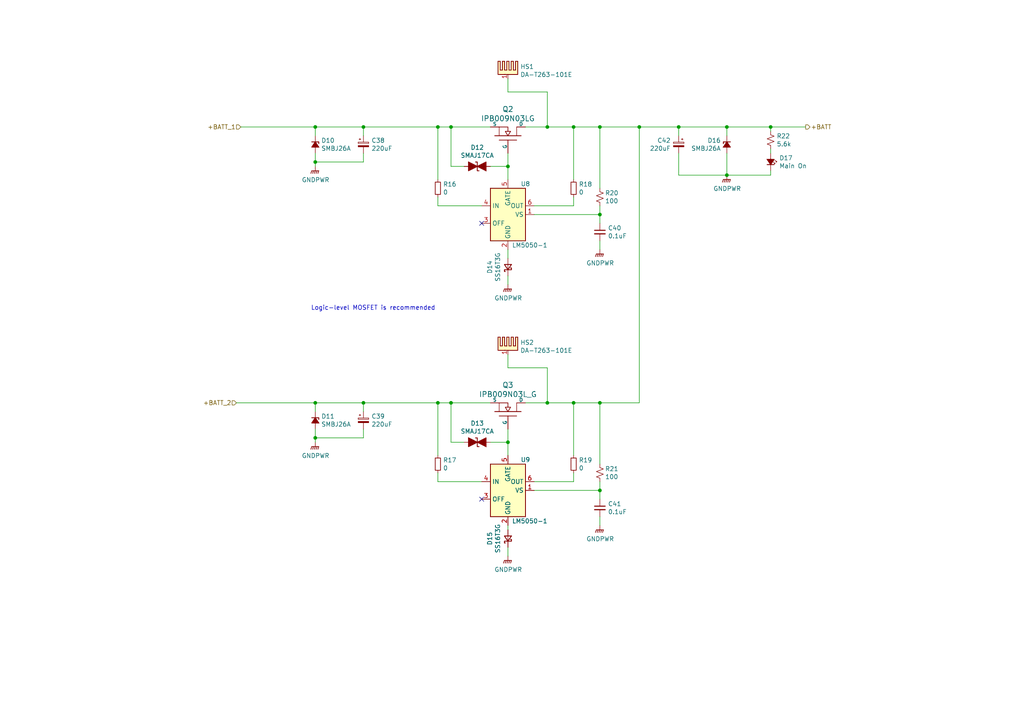
<source format=kicad_sch>
(kicad_sch (version 20211123) (generator eeschema)
  (paper "A4")
  (title_block (title "Power Management for Zeabus AUV") (date "20-April-2020") (rev "1.0.0") (company "Zeabus") (comment 1 "by Natchanan Thongtem and Akrapong Patchararungruang"))
  (lib_symbols
    (symbol "Device:C_Polarized_Small" (pin_numbers hide) (pin_names (offset 0.254) hide)
      (property "Reference" "C" (at 0.254 1.778 0))
      (property "Value" "C_Polarized_Small" (at 0.254 -2.032 0))
      (symbol "C_Polarized_Small_0_1"
        (rectangle (start -1.524 -0.3048) (end 1.524 -0.6858) (fill (type outline)))
        (rectangle (start -1.524 0.6858) (end 1.524 0.3048))
        (polyline (pts (xy -1.27 1.524) (xy -0.762 1.524)))
        (polyline (pts (xy -1.016 1.27) (xy -1.016 1.778)))
      )
      (symbol "C_Polarized_Small_1_1"
        (pin passive line (at 0 2.54 270) (length 1.8542) (name "~") (number "1"))
        (pin passive line (at 0 -2.54 90) (length 1.8542) (name "~") (number "2"))
      )
    )
    (symbol "Device:C_Small" (pin_numbers hide) (pin_names (offset 0.254) hide)
      (property "Reference" "C" (at 0.254 1.778 0))
      (property "Value" "C_Small" (at 0.254 -2.032 0))
      (symbol "C_Small_0_1"
        (polyline (pts (xy -1.524 -0.508) (xy 1.524 -0.508)) (stroke (width 0.3302)))
        (polyline (pts (xy -1.524 0.508) (xy 1.524 0.508)) (stroke (width 0.3048)))
      )
      (symbol "C_Small_1_1"
        (pin passive line (at 0 2.54 270) (length 2.032) (name "~") (number "1"))
        (pin passive line (at 0 -2.54 90) (length 2.032) (name "~") (number "2"))
      )
    )
    (symbol "Device:D_Schottky_Small" (pin_numbers hide) (pin_names (offset 0.254) hide)
      (property "Reference" "D" (at -1.27 2.032 0))
      (property "Value" "D_Schottky_Small" (at -7.112 -2.032 0))
      (symbol "D_Schottky_Small_0_1"
        (polyline (pts (xy -0.762 0) (xy 0.762 0)))
        (polyline (pts (xy 0.762 -1.016) (xy -0.762 0) (xy 0.762 1.016) (xy 0.762 -1.016)) (stroke (width 0.254)))
        (polyline (pts (xy -1.27 0.762) (xy -1.27 1.016) (xy -0.762 1.016) (xy -0.762 -1.016) (xy -0.254 -1.016) (xy -0.254 -0.762)) (stroke (width 0.254)))
      )
      (symbol "D_Schottky_Small_1_1"
        (pin passive line (at -2.54 0 0) (length 1.778) (name "K") (number "1"))
        (pin passive line (at 2.54 0 180) (length 1.778) (name "A") (number "2"))
      )
    )
    (symbol "Device:D_TVS_Filled" (pin_numbers hide) (pin_names (offset 1.016) hide)
      (property "Reference" "D" (at 0 2.54 0))
      (property "Value" "D_TVS_Filled" (at 0 -2.54 0))
      (symbol "D_TVS_Filled_0_1"
        (polyline (pts (xy 1.27 0) (xy -1.27 0)))
        (polyline (pts (xy -2.54 -1.27) (xy 0 0) (xy -2.54 1.27) (xy -2.54 -1.27)) (stroke (width 0.254)) (fill (type outline)))
        (polyline (pts (xy 0.508 1.27) (xy 0 1.27) (xy 0 -1.27) (xy -0.508 -1.27)) (stroke (width 0.254)))
        (polyline (pts (xy 2.54 1.27) (xy 2.54 -1.27) (xy 0 0) (xy 2.54 1.27)) (stroke (width 0.254)) (fill (type outline)))
      )
      (symbol "D_TVS_Filled_1_1"
        (pin passive line (at -3.81 0 0) (length 2.54) (name "A1") (number "1"))
        (pin passive line (at 3.81 0 180) (length 2.54) (name "A2") (number "2"))
      )
    )
    (symbol "Device:D_Zener_Small_Filled" (pin_numbers hide) (pin_names (offset 0.254) hide)
      (property "Reference" "D" (at 0 2.286 0))
      (property "Value" "D_Zener_Small_Filled" (at 0 -2.286 0))
      (symbol "D_Zener_Small_Filled_0_1"
        (polyline (pts (xy 0.762 0) (xy -0.762 0)))
        (polyline (pts (xy -0.254 1.016) (xy -0.762 1.016) (xy -0.762 -1.016)) (stroke (width 0.254)))
        (polyline (pts (xy 0.762 1.016) (xy -0.762 0) (xy 0.762 -1.016) (xy 0.762 1.016)) (stroke (width 0.254)) (fill (type outline)))
      )
      (symbol "D_Zener_Small_Filled_1_1"
        (pin passive line (at -2.54 0 0) (length 1.778) (name "K") (number "1"))
        (pin passive line (at 2.54 0 180) (length 1.778) (name "A") (number "2"))
      )
    )
    (symbol "Device:LED_Small_Filled" (pin_numbers hide) (pin_names (offset 0.254) hide)
      (property "Reference" "D" (at -1.27 3.175 0))
      (property "Value" "LED_Small_Filled" (at -4.445 -2.54 0))
      (symbol "LED_Small_Filled_0_1"
        (polyline (pts (xy -0.762 -1.016) (xy -0.762 1.016)) (stroke (width 0.254)))
        (polyline (pts (xy 1.016 0) (xy -0.762 0)))
        (polyline (pts (xy 0.762 -1.016) (xy -0.762 0) (xy 0.762 1.016) (xy 0.762 -1.016)) (stroke (width 0.254)) (fill (type outline)))
        (polyline (pts (xy 0 0.762) (xy -0.508 1.27) (xy -0.254 1.27) (xy -0.508 1.27) (xy -0.508 1.016)))
        (polyline (pts (xy 0.508 1.27) (xy 0 1.778) (xy 0.254 1.778) (xy 0 1.778) (xy 0 1.524)))
      )
      (symbol "LED_Small_Filled_1_1"
        (pin passive line (at -2.54 0 0) (length 1.778) (name "K") (number "1"))
        (pin passive line (at 2.54 0 180) (length 1.778) (name "A") (number "2"))
      )
    )
    (symbol "Device:R_Small" (pin_numbers hide) (pin_names (offset 0.254) hide)
      (property "Reference" "R" (at 0.762 0.508 0))
      (property "Value" "R_Small" (at 0.762 -1.016 0))
      (symbol "R_Small_0_1"
        (rectangle (start -0.762 1.778) (end 0.762 -1.778) (stroke (width 0.2032)))
      )
      (symbol "R_Small_1_1"
        (pin passive line (at 0 2.54 270) (length 0.762) (name "~") (number "1"))
        (pin passive line (at 0 -2.54 90) (length 0.762) (name "~") (number "2"))
      )
    )
    (symbol "Device:R_Small_US" (pin_numbers hide) (pin_names (offset 0.254) hide)
      (property "Reference" "R" (at 0.762 0.508 0))
      (property "Value" "R_Small_US" (at 0.762 -1.016 0))
      (symbol "R_Small_US_1_1"
        (polyline (pts (xy 0 0) (xy 1.016 -0.381) (xy 0 -0.762) (xy -1.016 -1.143) (xy 0 -1.524)))
        (polyline (pts (xy 0 1.524) (xy 1.016 1.143) (xy 0 0.762) (xy -1.016 0.381) (xy 0 0)))
        (pin passive line (at 0 2.54 270) (length 1.016) (name "~") (number "1"))
        (pin passive line (at 0 -2.54 90) (length 1.016) (name "~") (number "2"))
      )
    )
    (symbol "Mechanical:Heatsink_Pad" (pin_names (offset 0))
      (property "Reference" "HS" (at 0 5.715 0))
      (property "Value" "Heatsink_Pad" (at 0 3.81 0))
      (symbol "Heatsink_Pad_0_1"
        (polyline (pts (xy -0.3302 0) (xy -0.9652 0) (xy -0.9652 2.54) (xy -1.6002 2.54) (xy -1.6002 0) (xy -2.2352 0) (xy -2.2352 2.54) (xy -2.8702 2.54) (xy -2.8702 -1.27) (xy -0.9652 -1.27)) (stroke (width 0.254)) (fill (type background)))
        (polyline (pts (xy -0.3302 0) (xy -0.3302 2.54) (xy 0.3048 2.54) (xy 0.3048 0) (xy 0.9398 0) (xy 0.9398 2.54) (xy 1.5748 2.54) (xy 1.5748 0) (xy 2.2098 0) (xy 2.2098 2.54) (xy 2.8448 2.54) (xy 2.8448 -1.27) (xy -0.9652 -1.27)) (stroke (width 0.254)) (fill (type background)))
      )
      (symbol "Heatsink_Pad_1_1"
        (pin passive line (at 0 -2.54 90) (length 1.27) (name "~") (number "1"))
      )
    )
    (symbol "Power_Management:LM5050-1"
      (property "Reference" "U" (at -5.08 8.89 0))
      (property "Value" "LM5050-1" (at 1.27 8.89 0))
      (symbol "LM5050-1_0_1"
        (rectangle (start -5.08 7.62) (end 5.08 -7.62) (stroke (width 0.254)) (fill (type background)))
      )
      (symbol "LM5050-1_1_1"
        (pin passive line (at 7.62 0 180) (length 2.54) (name "VS") (number "1"))
        (pin power_in line (at 0 -10.16 90) (length 2.54) (name "GND") (number "2"))
        (pin input line (at -7.62 -2.54 0) (length 2.54) (name "OFF") (number "3"))
        (pin input line (at -7.62 2.54 0) (length 2.54) (name "IN") (number "4"))
        (pin output line (at 0 10.16 270) (length 2.54) (name "GATE") (number "5"))
        (pin input line (at 7.62 2.54 180) (length 2.54) (name "OUT") (number "6"))
      )
    )
    (symbol "power:GNDPWR" (power) (pin_names (offset 0))
      (property "Value" "GNDPWR" (at 0 -3.302 0))
      (symbol "GNDPWR_0_1"
        (polyline (pts (xy 0 -1.27) (xy 0 0)))
        (polyline (pts (xy -1.016 -1.27) (xy -1.27 -2.032) (xy -1.27 -2.032)) (stroke (width 0.2032)))
        (polyline (pts (xy -0.508 -1.27) (xy -0.762 -2.032) (xy -0.762 -2.032)) (stroke (width 0.2032)))
        (polyline (pts (xy 0 -1.27) (xy -0.254 -2.032) (xy -0.254 -2.032)) (stroke (width 0.2032)))
        (polyline (pts (xy 0.508 -1.27) (xy 0.254 -2.032) (xy 0.254 -2.032)) (stroke (width 0.2032)))
        (polyline (pts (xy 1.016 -1.27) (xy -1.016 -1.27) (xy -1.016 -1.27)) (stroke (width 0.2032)))
        (polyline (pts (xy 1.016 -1.27) (xy 0.762 -2.032) (xy 0.762 -2.032) (xy 0.762 -2.032)) (stroke (width 0.2032)))
      )
      (symbol "GNDPWR_1_1"
        (pin power_in line (at 0 0 270) (length 0) hide (name "GNDPWR") (number "1"))
      )
    )
    (symbol "zeabus:AUIRFS8409-7P" (pin_numbers hide) (pin_names (offset 0))
      (property "Reference" "Q" (at 0.254 4.318 0))
      (property "Value" "AUIRFS8409-7P" (at 0.254 -3.81 0))
      (property "Datasheet" "transistors/mos/*.*" (at 0 0 0))
      (symbol "AUIRFS8409-7P_0_1"
        (polyline (pts (xy -1.27 -2.54) (xy -1.27 2.54)) (stroke (width 0.2032)))
        (polyline (pts (xy 0 -3.81) (xy 0 3.81)) (stroke (width 0.254)))
        (polyline (pts (xy 2.54 -2.54) (xy 0 -2.54)))
        (polyline (pts (xy 2.54 2.54) (xy 0 2.54)))
        (polyline (pts (xy 2.54 -2.54) (xy 2.54 0) (xy 1.27 0)) (stroke (width 0.2032)))
        (polyline (pts (xy 1.27 0.762) (xy 1.27 -0.762) (xy 0 0) (xy 1.27 0.762) (xy 1.27 0.762)) (stroke (width 0.2032)))
      )
      (symbol "AUIRFS8409-7P_1_1"
        (pin passive line (at 2.54 5.08 270) (length 2.54) (name "D") (number "D"))
        (pin input line (at -5.08 0 0) (length 3.81) (name "G") (number "G"))
        (pin passive line (at 2.54 -5.08 90) (length 2.54) (name "S") (number "S"))
      )
    )
  )
  (junction (at 196.85 36.83))
  (junction (at 127 36.83))
  (junction (at 173.99 142.24))
  (junction (at 147.32 128.27))
  (junction (at 158.75 116.84))
  (junction (at 223.52 36.83))
  (junction (at 166.37 116.84))
  (junction (at 210.82 50.8))
  (junction (at 158.75 36.83))
  (junction (at 91.44 36.83))
  (junction (at 105.41 116.84))
  (junction (at 173.99 116.84))
  (junction (at 130.81 116.84))
  (junction (at 173.99 62.23))
  (junction (at 130.81 36.83))
  (junction (at 105.41 36.83))
  (junction (at 185.42 36.83))
  (junction (at 173.99 36.83))
  (junction (at 147.32 48.26))
  (junction (at 127 116.84))
  (junction (at 91.44 116.84))
  (junction (at 210.82 36.83))
  (junction (at 91.44 46.99))
  (junction (at 166.37 36.83))
  (junction (at 91.44 127))
  (no_connect (at 139.7 144.78))
  (no_connect (at 139.7 64.77))
  (wire (pts (xy 147.32 161.29) (xy 147.32 158.75)))
  (wire (pts (xy 196.85 36.83) (xy 210.82 36.83)))
  (wire (pts (xy 158.75 36.83) (xy 166.37 36.83)))
  (wire (pts (xy 196.85 50.8) (xy 210.82 50.8)))
  (wire (pts (xy 105.41 36.83) (xy 127 36.83)))
  (wire (pts (xy 147.32 124.46) (xy 147.32 128.27)))
  (wire (pts (xy 130.81 116.84) (xy 142.24 116.84)))
  (wire (pts (xy 166.37 36.83) (xy 173.99 36.83)))
  (wire (pts (xy 166.37 57.15) (xy 166.37 59.69)))
  (wire (pts (xy 166.37 137.16) (xy 166.37 139.7)))
  (wire (pts (xy 91.44 116.84) (xy 105.41 116.84)))
  (wire (pts (xy 139.7 139.7) (xy 127 139.7)))
  (wire (pts (xy 173.99 69.85) (xy 173.99 72.39)))
  (wire (pts (xy 173.99 134.62) (xy 173.99 116.84)))
  (wire (pts (xy 223.52 44.45) (xy 223.52 43.18)))
  (wire (pts (xy 152.4 36.83) (xy 158.75 36.83)))
  (wire (pts (xy 127 137.16) (xy 127 139.7)))
  (wire (pts (xy 158.75 26.67) (xy 158.75 36.83)))
  (wire (pts (xy 105.41 46.99) (xy 105.41 44.45)))
  (wire (pts (xy 147.32 106.68) (xy 158.75 106.68)))
  (wire (pts (xy 173.99 139.7) (xy 173.99 142.24)))
  (wire (pts (xy 68.58 116.84) (xy 91.44 116.84)))
  (wire (pts (xy 152.4 116.84) (xy 158.75 116.84)))
  (wire (pts (xy 147.32 26.67) (xy 158.75 26.67)))
  (wire (pts (xy 166.37 116.84) (xy 166.37 132.08)))
  (wire (pts (xy 127 116.84) (xy 130.81 116.84)))
  (wire (pts (xy 91.44 127) (xy 91.44 128.27)))
  (wire (pts (xy 223.52 36.83) (xy 233.68 36.83)))
  (wire (pts (xy 196.85 44.45) (xy 196.85 50.8)))
  (wire (pts (xy 105.41 127) (xy 105.41 124.46)))
  (wire (pts (xy 147.32 153.67) (xy 147.32 152.4)))
  (wire (pts (xy 127 132.08) (xy 127 116.84)))
  (wire (pts (xy 166.37 36.83) (xy 166.37 52.07)))
  (wire (pts (xy 105.41 36.83) (xy 105.41 39.37)))
  (wire (pts (xy 154.94 59.69) (xy 166.37 59.69)))
  (wire (pts (xy 173.99 142.24) (xy 173.99 144.78)))
  (wire (pts (xy 147.32 22.86) (xy 147.32 26.67)))
  (wire (pts (xy 147.32 48.26) (xy 147.32 52.07)))
  (wire (pts (xy 127 57.15) (xy 127 59.69)))
  (wire (pts (xy 154.94 62.23) (xy 173.99 62.23)))
  (wire (pts (xy 147.32 82.55) (xy 147.32 80.01)))
  (wire (pts (xy 147.32 128.27) (xy 147.32 132.08)))
  (wire (pts (xy 147.32 102.87) (xy 147.32 106.68)))
  (wire (pts (xy 173.99 116.84) (xy 185.42 116.84)))
  (wire (pts (xy 91.44 116.84) (xy 91.44 119.38)))
  (wire (pts (xy 142.24 36.83) (xy 130.81 36.83)))
  (wire (pts (xy 130.81 36.83) (xy 130.81 48.26)))
  (wire (pts (xy 158.75 116.84) (xy 166.37 116.84)))
  (wire (pts (xy 105.41 116.84) (xy 127 116.84)))
  (wire (pts (xy 127 52.07) (xy 127 36.83)))
  (wire (pts (xy 166.37 116.84) (xy 173.99 116.84)))
  (wire (pts (xy 147.32 44.45) (xy 147.32 48.26)))
  (wire (pts (xy 210.82 36.83) (xy 210.82 39.37)))
  (wire (pts (xy 210.82 44.45) (xy 210.82 50.8)))
  (wire (pts (xy 173.99 59.69) (xy 173.99 62.23)))
  (wire (pts (xy 173.99 149.86) (xy 173.99 152.4)))
  (wire (pts (xy 185.42 116.84) (xy 185.42 36.83)))
  (wire (pts (xy 91.44 46.99) (xy 91.44 48.26)))
  (wire (pts (xy 147.32 48.26) (xy 142.24 48.26)))
  (wire (pts (xy 210.82 36.83) (xy 223.52 36.83)))
  (wire (pts (xy 69.85 36.83) (xy 91.44 36.83)))
  (wire (pts (xy 127 36.83) (xy 130.81 36.83)))
  (wire (pts (xy 91.44 127) (xy 105.41 127)))
  (wire (pts (xy 91.44 46.99) (xy 105.41 46.99)))
  (wire (pts (xy 91.44 44.45) (xy 91.44 46.99)))
  (wire (pts (xy 147.32 128.27) (xy 142.24 128.27)))
  (wire (pts (xy 210.82 50.8) (xy 223.52 50.8)))
  (wire (pts (xy 173.99 36.83) (xy 185.42 36.83)))
  (wire (pts (xy 134.62 48.26) (xy 130.81 48.26)))
  (wire (pts (xy 173.99 62.23) (xy 173.99 64.77)))
  (wire (pts (xy 91.44 36.83) (xy 91.44 39.37)))
  (wire (pts (xy 158.75 106.68) (xy 158.75 116.84)))
  (wire (pts (xy 105.41 116.84) (xy 105.41 119.38)))
  (wire (pts (xy 223.52 38.1) (xy 223.52 36.83)))
  (wire (pts (xy 154.94 142.24) (xy 173.99 142.24)))
  (wire (pts (xy 91.44 124.46) (xy 91.44 127)))
  (wire (pts (xy 91.44 36.83) (xy 105.41 36.83)))
  (wire (pts (xy 154.94 139.7) (xy 166.37 139.7)))
  (wire (pts (xy 196.85 36.83) (xy 196.85 39.37)))
  (wire (pts (xy 147.32 72.39) (xy 147.32 74.93)))
  (wire (pts (xy 139.7 59.69) (xy 127 59.69)))
  (wire (pts (xy 185.42 36.83) (xy 196.85 36.83)))
  (wire (pts (xy 134.62 128.27) (xy 130.81 128.27)))
  (wire (pts (xy 173.99 54.61) (xy 173.99 36.83)))
  (wire (pts (xy 223.52 50.8) (xy 223.52 49.53)))
  (wire (pts (xy 130.81 116.84) (xy 130.81 128.27)))
  (text "Logic-level MOSFET is recommended" (at 90.17 90.17 0) (effects (font (size 1.27 1.27)) (justify left bottom)))
  (hierarchical_label "+BATT_1" (shape input) (at 69.85 36.83 180))
  (hierarchical_label "+BATT" (shape output) (at 233.68 36.83 0))
  (hierarchical_label "+BATT_2" (shape input) (at 68.58 116.84 180))
  (symbol (lib_id "Device:D_Zener_Small_Filled") (at 91.44 41.91 270) (unit 1)
    (property "Reference" "D10" (at 93.1672 40.7416 90) (effects (justify left)))
    (property "Value" "SMBJ26A" (at 93.1672 43.053 90) (effects (justify left)))
    (property "Footprint" "Diode_SMD:D_SMB_Handsoldering" (effects hide))
  )
  (symbol (lib_id "Device:C_Polarized_Small") (at 105.41 41.91 0) (unit 1)
    (property "Reference" "C38" (at 107.7214 40.7416 0) (effects (justify left)))
    (property "Value" "220uF" (at 107.7214 43.053 0) (effects (justify left)))
    (property "Footprint" "Capacitor_SMD:CP_Elec_10x10" (effects hide))
  )
  (symbol (lib_id "Device:D_Zener_Small_Filled") (at 210.82 41.91 90) (mirror x) (unit 1)
    (property "Reference" "D16" (at 209.0928 40.7416 90) (effects (justify left)))
    (property "Value" "SMBJ26A" (at 209.0928 43.053 90) (effects (justify left)))
    (property "Footprint" "Diode_SMD:D_SMB_Handsoldering" (effects hide))
  )
  (symbol (lib_id "Device:C_Polarized_Small") (at 196.85 41.91 0) (mirror y) (unit 1)
    (property "Reference" "C42" (at 194.5386 40.7416 0) (effects (justify left)))
    (property "Value" "220uF" (at 194.5386 43.053 0) (effects (justify left)))
    (property "Footprint" "Capacitor_SMD:CP_Elec_10x10" (effects hide))
  )
  (symbol (lib_id "Power_Management:LM5050-1") (at 147.32 62.23 0) (unit 1)
    (property "Reference" "U8" (at 152.4 53.34 0))
    (property "Value" "LM5050-1" (at 153.67 71.12 0))
    (property "Footprint" "Package_TO_SOT_SMD:TSOT-23-6" (effects hide))
    (property "Datasheet" "3005702" (effects hide))
  )
  (symbol (lib_id "Device:R_Small_US") (at 173.99 57.15 0) (unit 1)
    (property "Reference" "R20" (at 175.4886 55.9816 0) (effects (justify left)))
    (property "Value" "100" (at 175.4886 58.293 0) (effects (justify left)))
    (property "Footprint" "Resistor_SMD:R_0603_1608Metric_Pad1.05x0.95mm_HandSolder" (effects hide))
  )
  (symbol (lib_id "Device:C_Small") (at 173.99 67.31 0) (unit 1)
    (property "Reference" "C40" (at 176.3268 66.1416 0) (effects (justify left)))
    (property "Value" "0.1uF" (at 176.3268 68.453 0) (effects (justify left)))
    (property "Footprint" "Capacitor_SMD:C_0603_1608Metric_Pad1.05x0.95mm_HandSolder" (effects hide))
    (property "Datasheet" "1709958" (effects hide))
  )
  (symbol (lib_id "Device:D_TVS_Filled") (at 138.43 48.26 0) (mirror y) (unit 1)
    (property "Reference" "D12" (at 138.43 42.7736 0))
    (property "Value" "SMAJ17CA" (at 138.43 45.085 0))
    (property "Footprint" "Diode_SMD:D_SMA_Handsoldering" (effects hide))
  )
  (symbol (lib_id "Mechanical:Heatsink_Pad") (at 147.32 20.32 0) (unit 1)
    (property "Reference" "HS1" (at 150.9014 19.3294 0) (effects (justify left)))
    (property "Value" "DA-T263-101E" (at 150.9014 21.6408 0) (effects (justify left)))
    (property "Footprint" "zeabus:HeatSink-DA-T263-101E" (effects hide))
    (property "Datasheet" "2097702" (effects hide))
  )
  (symbol (lib_id "Power_Management:LM5050-1") (at 147.32 142.24 0) (unit 1)
    (property "Reference" "U9" (at 152.4 133.35 0))
    (property "Value" "LM5050-1" (at 153.67 151.13 0))
    (property "Footprint" "Package_TO_SOT_SMD:TSOT-23-6" (effects hide))
    (property "Datasheet" "3005702" (effects hide))
  )
  (symbol (lib_id "Device:D_Zener_Small_Filled") (at 91.44 121.92 270) (unit 1)
    (property "Reference" "D11" (at 93.1672 120.7516 90) (effects (justify left)))
    (property "Value" "SMBJ26A" (at 93.1672 123.063 90) (effects (justify left)))
    (property "Footprint" "Diode_SMD:D_SMB_Handsoldering" (effects hide))
  )
  (symbol (lib_id "Device:C_Polarized_Small") (at 105.41 121.92 0) (unit 1)
    (property "Reference" "C39" (at 107.7214 120.7516 0) (effects (justify left)))
    (property "Value" "220uF" (at 107.7214 123.063 0) (effects (justify left)))
    (property "Footprint" "Capacitor_SMD:CP_Elec_10x10" (effects hide))
  )
  (symbol (lib_id "Device:D_TVS_Filled") (at 138.43 128.27 0) (mirror y) (unit 1)
    (property "Reference" "D13" (at 138.43 122.7836 0))
    (property "Value" "SMAJ17CA" (at 138.43 125.095 0))
    (property "Footprint" "Diode_SMD:D_SMA_Handsoldering" (effects hide))
  )
  (symbol (lib_id "Mechanical:Heatsink_Pad") (at 147.32 100.33 0) (unit 1)
    (property "Reference" "HS2" (at 150.9014 99.3394 0) (effects (justify left)))
    (property "Value" "DA-T263-101E" (at 150.9014 101.6508 0) (effects (justify left)))
    (property "Footprint" "zeabus:HeatSink-DA-T263-101E" (effects hide))
    (property "Datasheet" "2097702" (effects hide))
  )
  (symbol (lib_id "Device:R_Small") (at 127 54.61 0) (unit 1)
    (property "Reference" "R16" (at 128.4986 53.4416 0) (effects (justify left)))
    (property "Value" "0" (at 128.4986 55.753 0) (effects (justify left)))
    (property "Footprint" "Resistor_SMD:R_0603_1608Metric_Pad1.05x0.95mm_HandSolder" (effects hide))
  )
  (symbol (lib_id "Device:R_Small") (at 166.37 54.61 0) (unit 1)
    (property "Reference" "R18" (at 167.8686 53.4416 0) (effects (justify left)))
    (property "Value" "0" (at 167.8686 55.753 0) (effects (justify left)))
    (property "Footprint" "Resistor_SMD:R_0603_1608Metric_Pad1.05x0.95mm_HandSolder" (effects hide))
  )
  (symbol (lib_id "Device:R_Small_US") (at 173.99 137.16 0) (unit 1)
    (property "Reference" "R21" (at 175.4886 135.9916 0) (effects (justify left)))
    (property "Value" "100" (at 175.4886 138.303 0) (effects (justify left)))
    (property "Footprint" "Resistor_SMD:R_0603_1608Metric_Pad1.05x0.95mm_HandSolder" (effects hide))
  )
  (symbol (lib_id "Device:C_Small") (at 173.99 147.32 0) (unit 1)
    (property "Reference" "C41" (at 176.3268 146.1516 0) (effects (justify left)))
    (property "Value" "0.1uF" (at 176.3268 148.463 0) (effects (justify left)))
    (property "Footprint" "Capacitor_SMD:C_0603_1608Metric_Pad1.05x0.95mm_HandSolder" (effects hide))
    (property "Datasheet" "1709958" (effects hide))
  )
  (symbol (lib_id "Device:R_Small") (at 166.37 134.62 0) (unit 1)
    (property "Reference" "R19" (at 167.8686 133.4516 0) (effects (justify left)))
    (property "Value" "0" (at 167.8686 135.763 0) (effects (justify left)))
    (property "Footprint" "Resistor_SMD:R_0603_1608Metric_Pad1.05x0.95mm_HandSolder" (effects hide))
  )
  (symbol (lib_id "Device:R_Small") (at 127 134.62 0) (unit 1)
    (property "Reference" "R17" (at 128.4986 133.4516 0) (effects (justify left)))
    (property "Value" "0" (at 128.4986 135.763 0) (effects (justify left)))
    (property "Footprint" "Resistor_SMD:R_0603_1608Metric_Pad1.05x0.95mm_HandSolder" (effects hide))
  )
  (symbol (lib_id "zeabus:AUIRFS8409-7P") (at 147.32 39.37 270) (mirror x) (unit 1)
    (property "Reference" "Q2" (at 147.32 31.6738 90) (effects (font (size 1.524 1.524))))
    (property "Value" "IPB009N03LG" (at 147.32 34.3662 90) (effects (font (size 1.524 1.524))))
    (property "Footprint" "zeabus:D2PAK-7" (effects hide))
    (property "Datasheet" "1775514" (effects hide))
  )
  (symbol (lib_id "Device:D_Schottky_Small") (at 147.32 77.47 90) (unit 1)
    (property "Reference" "D14" (at 142.0622 77.47 0))
    (property "Value" "SS16T3G" (at 144.3736 77.47 0))
    (property "Footprint" "Diode_SMD:D_SMA_Handsoldering" (effects hide))
    (property "Datasheet" "2317421" (effects hide))
  )
  (symbol (lib_id "Device:D_Schottky_Small") (at 147.32 156.21 90) (unit 1)
    (property "Reference" "D15" (at 142.0622 156.21 0))
    (property "Value" "SS16T3G" (at 144.3736 156.21 0))
    (property "Footprint" "Diode_SMD:D_SMA_Handsoldering" (effects hide))
    (property "Datasheet" "2317421" (effects hide))
  )
  (symbol (lib_id "zeabus:AUIRFS8409-7P") (at 147.32 119.38 270) (mirror x) (unit 1)
    (property "Reference" "Q3" (at 147.32 111.6838 90) (effects (font (size 1.524 1.524))))
    (property "Value" "IPB009N03L_G" (at 147.32 114.3762 90) (effects (font (size 1.524 1.524))))
    (property "Footprint" "zeabus:D2PAK-7" (effects hide))
    (property "Datasheet" "1775514" (effects hide))
  )
  (symbol (lib_id "Device:R_Small_US") (at 223.52 40.64 0) (unit 1)
    (property "Reference" "R22" (at 225.2472 39.4716 0) (effects (justify left)))
    (property "Value" "5.6k" (at 225.2472 41.783 0) (effects (justify left)))
    (property "Footprint" "Resistor_SMD:R_0603_1608Metric_Pad1.05x0.95mm_HandSolder" (effects hide))
  )
  (symbol (lib_id "Device:LED_Small_Filled") (at 223.52 46.99 270) (mirror x) (unit 1)
    (property "Reference" "D17" (at 226.0092 45.8216 90) (effects (justify left)))
    (property "Value" "Main On" (at 226.0092 48.133 90) (effects (justify left)))
    (property "Footprint" "LED_SMD:LED_0603_1608Metric_Pad1.05x0.95mm_HandSolder" (effects hide))
  )
  (symbol (lib_id "power:GNDPWR") (at 91.44 48.26 0) (unit 1)
    (property "Reference" "#PWR021" (effects hide))
    (property "Value" "GNDPWR" (at 91.5416 52.1716 0))
  )
  (symbol (lib_id "power:GNDPWR") (at 147.32 82.55 0) (unit 1)
    (property "Reference" "#PWR023" (effects hide))
    (property "Value" "GNDPWR" (at 147.4216 86.4616 0))
  )
  (symbol (lib_id "power:GNDPWR") (at 173.99 72.39 0) (unit 1)
    (property "Reference" "#PWR025" (effects hide))
    (property "Value" "GNDPWR" (at 174.0916 76.3016 0))
  )
  (symbol (lib_id "power:GNDPWR") (at 210.82 50.8 0) (unit 1)
    (property "Reference" "#PWR027" (effects hide))
    (property "Value" "GNDPWR" (at 210.9216 54.7116 0))
  )
  (symbol (lib_id "power:GNDPWR") (at 91.44 128.27 0) (unit 1)
    (property "Reference" "#PWR022" (effects hide))
    (property "Value" "GNDPWR" (at 91.5416 132.1816 0))
  )
  (symbol (lib_id "power:GNDPWR") (at 147.32 161.29 0) (unit 1)
    (property "Reference" "#PWR024" (effects hide))
    (property "Value" "GNDPWR" (at 147.4216 165.2016 0))
  )
  (symbol (lib_id "power:GNDPWR") (at 173.99 152.4 0) (unit 1)
    (property "Reference" "#PWR026" (effects hide))
    (property "Value" "GNDPWR" (at 174.0916 156.3116 0))
  )
)
</source>
